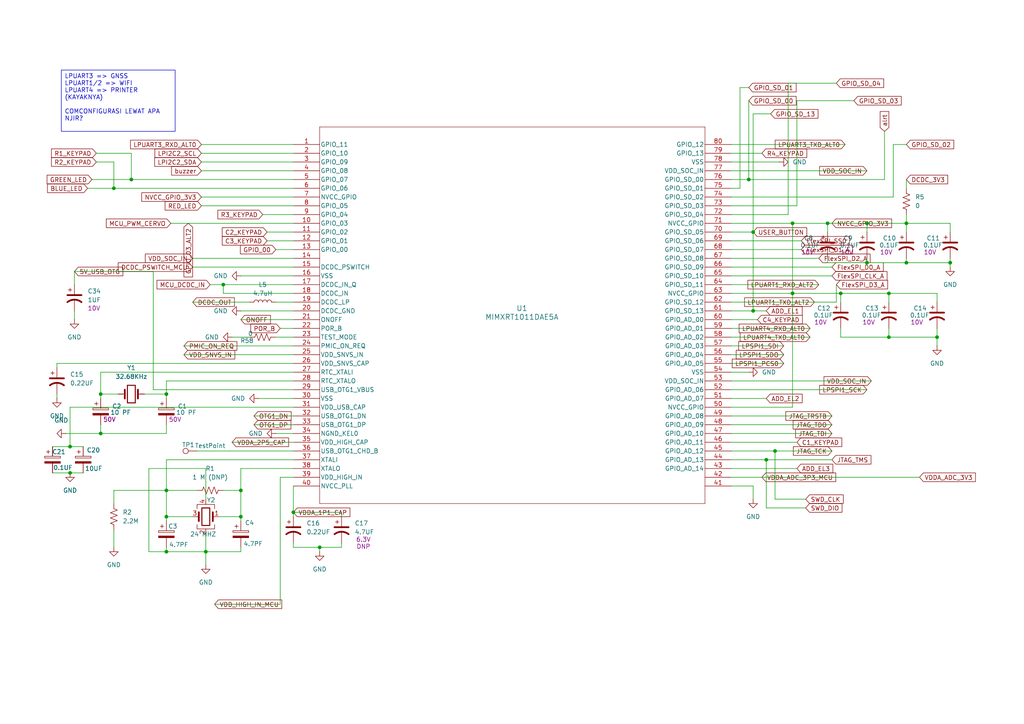
<source format=kicad_sch>
(kicad_sch (version 20231120) (generator "eeschema") (generator_version "8.0")
  (paper "A4")
  (lib_symbols
    (symbol "Connector:TestPoint" (pin_numbers hide) (pin_names (offset 0.762) hide)
      (property "Reference" "TP" (at 0 6.858 0))
      (property "Value" "TestPoint" (at 0 5.08 0))
      (symbol "TestPoint_0_1"
        (circle (center 0 3.302) (radius 0.762))
      )
      (symbol "TestPoint_1_1"
        (pin passive line (at 0 0 90) (length 2.54) (name "1") (number "1"))
      )
    )
    (symbol "Device:C_Polarized" (pin_numbers hide) (pin_names (offset 0.254))
      (property "Reference" "C" (at 0.635 2.54 0))
      (property "Value" "C_Polarized" (at 0.635 -2.54 0))
      (symbol "C_Polarized_0_1"
        (rectangle (start -2.286 0.508) (end 2.286 1.016))
        (polyline (pts (xy -1.778 2.286) (xy -0.762 2.286)))
        (polyline (pts (xy -1.27 2.794) (xy -1.27 1.778)))
        (rectangle (start 2.286 -0.508) (end -2.286 -1.016) (fill (type outline)))
      )
      (symbol "C_Polarized_1_1"
        (pin passive line (at 0 3.81 270) (length 2.794) (name "~") (number "1"))
        (pin passive line (at 0 -3.81 90) (length 2.794) (name "~") (number "2"))
      )
    )
    (symbol "Device:C_Polarized_US" (pin_numbers hide) (pin_names (offset 0.254) hide)
      (property "Reference" "C" (at 0.635 2.54 0))
      (property "Value" "C_Polarized_US" (at 0.635 -2.54 0))
      (symbol "C_Polarized_US_0_1"
        (polyline (pts (xy -2.032 0.762) (xy 2.032 0.762)) (stroke (width 0.508)))
        (polyline (pts (xy -1.778 2.286) (xy -0.762 2.286)))
        (polyline (pts (xy -1.27 1.778) (xy -1.27 2.794)))
        (arc (start 2.032 -1.27) (mid 0 -0.5572) (end -2.032 -1.27) (stroke (width 0.508)))
      )
      (symbol "C_Polarized_US_1_1"
        (pin passive line (at 0 3.81 270) (length 2.794) (name "~") (number "1"))
        (pin passive line (at 0 -3.81 90) (length 3.302) (name "~") (number "2"))
      )
    )
    (symbol "Device:Crystal" (pin_numbers hide) (pin_names (offset 1.016) hide)
      (property "Reference" "Y" (at 0 3.81 0))
      (property "Value" "Crystal" (at 0 -3.81 0))
      (symbol "Crystal_0_1"
        (rectangle (start -1.143 2.54) (end 1.143 -2.54) (stroke (width 0.3048)))
        (polyline (pts (xy -2.54 0) (xy -1.905 0)))
        (polyline (pts (xy -1.905 -1.27) (xy -1.905 1.27)) (stroke (width 0.508)))
        (polyline (pts (xy 1.905 -1.27) (xy 1.905 1.27)) (stroke (width 0.508)))
        (polyline (pts (xy 2.54 0) (xy 1.905 0)))
      )
      (symbol "Crystal_1_1"
        (pin passive line (at -3.81 0 0) (length 1.27) (name "1") (number "1"))
        (pin passive line (at 3.81 0 180) (length 1.27) (name "2") (number "2"))
      )
    )
    (symbol "Device:Crystal_GND24" (pin_names (offset 1.016) hide)
      (property "Reference" "Y" (at 3.175 5.08 0))
      (property "Value" "Crystal_GND24" (at 3.175 3.175 0))
      (symbol "Crystal_GND24_0_1"
        (rectangle (start -1.143 2.54) (end 1.143 -2.54) (stroke (width 0.3048)))
        (polyline (pts (xy -2.54 0) (xy -2.032 0)))
        (polyline (pts (xy -2.032 -1.27) (xy -2.032 1.27)) (stroke (width 0.508)))
        (polyline (pts (xy 0 -3.81) (xy 0 -3.556)))
        (polyline (pts (xy 0 3.556) (xy 0 3.81)))
        (polyline (pts (xy 2.032 -1.27) (xy 2.032 1.27)) (stroke (width 0.508)))
        (polyline (pts (xy 2.032 0) (xy 2.54 0)))
        (polyline (pts (xy -2.54 -2.286) (xy -2.54 -3.556) (xy 2.54 -3.556) (xy 2.54 -2.286)))
        (polyline (pts (xy -2.54 2.286) (xy -2.54 3.556) (xy 2.54 3.556) (xy 2.54 2.286)))
      )
      (symbol "Crystal_GND24_1_1"
        (pin passive line (at -3.81 0 0) (length 1.27) (name "1") (number "1"))
        (pin passive line (at 0 5.08 270) (length 1.27) (name "2") (number "2"))
        (pin passive line (at 3.81 0 180) (length 1.27) (name "3") (number "3"))
        (pin passive line (at 0 -5.08 90) (length 1.27) (name "4") (number "4"))
      )
    )
    (symbol "Device:L" (pin_numbers hide) (pin_names (offset 1.016) hide)
      (property "Reference" "L" (at -1.27 0 90))
      (property "Value" "L" (at 1.905 0 90))
      (symbol "L_0_1"
        (arc (start 0 -2.54) (mid 0.6323 -1.905) (end 0 -1.27))
        (arc (start 0 -1.27) (mid 0.6323 -0.635) (end 0 0))
        (arc (start 0 0) (mid 0.6323 0.635) (end 0 1.27))
        (arc (start 0 1.27) (mid 0.6323 1.905) (end 0 2.54))
      )
      (symbol "L_1_1"
        (pin passive line (at 0 3.81 270) (length 1.27) (name "1") (number "1"))
        (pin passive line (at 0 -3.81 90) (length 1.27) (name "2") (number "2"))
      )
    )
    (symbol "Device:R_US" (pin_numbers hide) (pin_names (offset 0))
      (property "Reference" "R" (at 2.54 0 90))
      (property "Value" "R_US" (at -2.54 0 90))
      (symbol "R_US_0_1"
        (polyline (pts (xy 0 -2.286) (xy 0 -2.54)))
        (polyline (pts (xy 0 2.286) (xy 0 2.54)))
        (polyline (pts (xy 0 -0.762) (xy 1.016 -1.143) (xy 0 -1.524) (xy -1.016 -1.905) (xy 0 -2.286)))
        (polyline (pts (xy 0 0.762) (xy 1.016 0.381) (xy 0 0) (xy -1.016 -0.381) (xy 0 -0.762)))
        (polyline (pts (xy 0 2.286) (xy 1.016 1.905) (xy 0 1.524) (xy -1.016 1.143) (xy 0 0.762)))
      )
      (symbol "R_US_1_1"
        (pin passive line (at 0 3.81 270) (length 1.27) (name "~") (number "1"))
        (pin passive line (at 0 -3.81 90) (length 1.27) (name "~") (number "2"))
      )
    )
    (symbol "mimx1010:MIMXRT1011DAE5A" (pin_names (offset 0.254))
      (property "Reference" "U" (at 63.5 10.16 0))
      (property "Value" "MIMXRT1011DAE5A" (at 63.5 7.62 0))
      (symbol "MIMXRT1011DAE5A_0_1"
        (polyline (pts (xy 7.62 -104.14) (xy 119.38 -104.14)) (stroke (width 0.127)))
        (polyline (pts (xy 7.62 5.08) (xy 7.62 -104.14)) (stroke (width 0.127)))
        (polyline (pts (xy 119.38 -104.14) (xy 119.38 5.08)) (stroke (width 0.127)))
        (polyline (pts (xy 119.38 5.08) (xy 7.62 5.08)) (stroke (width 0.127)))
        (pin bidirectional line (at 0 0 0) (length 7.62) (name "GPIO_11") (number "1"))
        (pin bidirectional line (at 0 -22.86 0) (length 7.62) (name "GPIO_03") (number "10"))
        (pin bidirectional line (at 0 -25.4 0) (length 7.62) (name "GPIO_02") (number "11"))
        (pin bidirectional line (at 0 -27.94 0) (length 7.62) (name "GPIO_01") (number "12"))
        (pin bidirectional line (at 0 -30.48 0) (length 7.62) (name "GPIO_00") (number "13"))
        (pin power_in line (at 0 -33.02 0) (length 7.62) (name "") (number "14"))
        (pin unspecified line (at 0 -35.56 0) (length 7.62) (name "DCDC_PSWITCH") (number "15"))
        (pin power_out line (at 0 -38.1 0) (length 7.62) (name "VSS") (number "16"))
        (pin unspecified line (at 0 -40.64 0) (length 7.62) (name "DCDC_IN_Q") (number "17"))
        (pin unspecified line (at 0 -43.18 0) (length 7.62) (name "DCDC_IN") (number "18"))
        (pin unspecified line (at 0 -45.72 0) (length 7.62) (name "DCDC_LP") (number "19"))
        (pin bidirectional line (at 0 -2.54 0) (length 7.62) (name "GPIO_10") (number "2"))
        (pin power_out line (at 0 -48.26 0) (length 7.62) (name "DCDC_GND") (number "20"))
        (pin unspecified line (at 0 -50.8 0) (length 7.62) (name "ONOFF") (number "21"))
        (pin unspecified line (at 0 -53.34 0) (length 7.62) (name "POR_B") (number "22"))
        (pin unspecified line (at 0 -55.88 0) (length 7.62) (name "TEST_MODE") (number "23"))
        (pin unspecified line (at 0 -58.42 0) (length 7.62) (name "PMIC_ON_REQ") (number "24"))
        (pin power_in line (at 0 -60.96 0) (length 7.62) (name "VDD_SNVS_IN") (number "25"))
        (pin power_in line (at 0 -63.5 0) (length 7.62) (name "VDD_SNVS_CAP") (number "26"))
        (pin unspecified line (at 0 -66.04 0) (length 7.62) (name "RTC_XTALI") (number "27"))
        (pin unspecified line (at 0 -68.58 0) (length 7.62) (name "RTC_XTALO") (number "28"))
        (pin bidirectional line (at 0 -71.12 0) (length 7.62) (name "USB_OTG1_VBUS") (number "29"))
        (pin bidirectional line (at 0 -5.08 0) (length 7.62) (name "GPIO_09") (number "3"))
        (pin power_out line (at 0 -73.66 0) (length 7.62) (name "VSS") (number "30"))
        (pin power_in line (at 0 -76.2 0) (length 7.62) (name "VDD_USB_CAP") (number "31"))
        (pin bidirectional line (at 0 -78.74 0) (length 7.62) (name "USB_OTG1_DN") (number "32"))
        (pin bidirectional line (at 0 -81.28 0) (length 7.62) (name "USB_OTG1_DP") (number "33"))
        (pin power_out line (at 0 -83.82 0) (length 7.62) (name "NGND_KEL0") (number "34"))
        (pin power_in line (at 0 -86.36 0) (length 7.62) (name "VDD_HIGH_CAP") (number "35"))
        (pin bidirectional line (at 0 -88.9 0) (length 7.62) (name "USB_OTG1_CHD_B") (number "36"))
        (pin unspecified line (at 0 -91.44 0) (length 7.62) (name "XTALI") (number "37"))
        (pin unspecified line (at 0 -93.98 0) (length 7.62) (name "XTALO") (number "38"))
        (pin power_in line (at 0 -96.52 0) (length 7.62) (name "VDD_HIGH_IN") (number "39"))
        (pin bidirectional line (at 0 -7.62 0) (length 7.62) (name "GPIO_08") (number "4"))
        (pin unspecified line (at 0 -99.06 0) (length 7.62) (name "NVCC_PLL") (number "40"))
        (pin power_in line (at 127 -99.06 180) (length 7.62) (name "") (number "41"))
        (pin power_in line (at 127 -96.52 180) (length 7.62) (name "") (number "42"))
        (pin bidirectional line (at 127 -93.98 180) (length 7.62) (name "GPIO_AD_14") (number "43"))
        (pin bidirectional line (at 127 -91.44 180) (length 7.62) (name "GPIO_AD_13") (number "44"))
        (pin bidirectional line (at 127 -88.9 180) (length 7.62) (name "GPIO_AD_12") (number "45"))
        (pin bidirectional line (at 127 -86.36 180) (length 7.62) (name "GPIO_AD_11") (number "46"))
        (pin bidirectional line (at 127 -83.82 180) (length 7.62) (name "GPIO_AD_10") (number "47"))
        (pin bidirectional line (at 127 -81.28 180) (length 7.62) (name "GPIO_AD_09") (number "48"))
        (pin bidirectional line (at 127 -78.74 180) (length 7.62) (name "GPIO_AD_08") (number "49"))
        (pin bidirectional line (at 0 -10.16 0) (length 7.62) (name "GPIO_07") (number "5"))
        (pin unspecified line (at 127 -76.2 180) (length 7.62) (name "NVCC_GPIO") (number "50"))
        (pin bidirectional line (at 127 -73.66 180) (length 7.62) (name "GPIO_AD_07") (number "51"))
        (pin bidirectional line (at 127 -71.12 180) (length 7.62) (name "GPIO_AD_06") (number "52"))
        (pin power_in line (at 127 -68.58 180) (length 7.62) (name "VDD_SOC_IN") (number "53"))
        (pin power_out line (at 127 -66.04 180) (length 7.62) (name "VSS") (number "54"))
        (pin bidirectional line (at 127 -63.5 180) (length 7.62) (name "GPIO_AD_05") (number "55"))
        (pin bidirectional line (at 127 -60.96 180) (length 7.62) (name "GPIO_AD_04") (number "56"))
        (pin bidirectional line (at 127 -58.42 180) (length 7.62) (name "GPIO_AD_03") (number "57"))
        (pin bidirectional line (at 127 -55.88 180) (length 7.62) (name "GPIO_AD_02") (number "58"))
        (pin bidirectional line (at 127 -53.34 180) (length 7.62) (name "GPIO_AD_01") (number "59"))
        (pin bidirectional line (at 0 -12.7 0) (length 7.62) (name "GPIO_06") (number "6"))
        (pin bidirectional line (at 127 -50.8 180) (length 7.62) (name "GPIO_AD_00") (number "60"))
        (pin bidirectional line (at 127 -48.26 180) (length 7.62) (name "GPIO_SD_13") (number "61"))
        (pin bidirectional line (at 127 -45.72 180) (length 7.62) (name "GPIO_SD_12") (number "62"))
        (pin unspecified line (at 127 -43.18 180) (length 7.62) (name "NVCC_GPIO") (number "63"))
        (pin bidirectional line (at 127 -40.64 180) (length 7.62) (name "GPIO_SD_11") (number "64"))
        (pin bidirectional line (at 127 -38.1 180) (length 7.62) (name "GPIO_SD_10") (number "65"))
        (pin bidirectional line (at 127 -35.56 180) (length 7.62) (name "GPIO_SD_09") (number "66"))
        (pin bidirectional line (at 127 -33.02 180) (length 7.62) (name "GPIO_SD_08") (number "67"))
        (pin bidirectional line (at 127 -30.48 180) (length 7.62) (name "GPIO_SD_07") (number "68"))
        (pin bidirectional line (at 127 -27.94 180) (length 7.62) (name "GPIO_SD_06") (number "69"))
        (pin bidirectional line (at 0 -15.24 0) (length 7.62) (name "NVCC_GPIO") (number "7"))
        (pin bidirectional line (at 127 -25.4 180) (length 7.62) (name "GPIO_SD_05") (number "70"))
        (pin unspecified line (at 127 -22.86 180) (length 7.62) (name "NVCC_GPIO") (number "71"))
        (pin bidirectional line (at 127 -20.32 180) (length 7.62) (name "GPIO_SD_04") (number "72"))
        (pin bidirectional line (at 127 -17.78 180) (length 7.62) (name "GPIO_SD_03") (number "73"))
        (pin bidirectional line (at 127 -15.24 180) (length 7.62) (name "GPIO_SD_02") (number "74"))
        (pin bidirectional line (at 127 -12.7 180) (length 7.62) (name "GPIO_SD_01") (number "75"))
        (pin bidirectional line (at 127 -10.16 180) (length 7.62) (name "GPIO_SD_00") (number "76"))
        (pin power_in line (at 127 -7.62 180) (length 7.62) (name "VDD_SOC_IN") (number "77"))
        (pin power_out line (at 127 -5.08 180) (length 7.62) (name "VSS") (number "78"))
        (pin bidirectional line (at 127 -2.54 180) (length 7.62) (name "GPIO_13") (number "79"))
        (pin bidirectional line (at 0 -17.78 0) (length 7.62) (name "GPIO_05") (number "8"))
        (pin bidirectional line (at 127 0 180) (length 7.62) (name "GPIO_12") (number "80"))
        (pin bidirectional line (at 0 -20.32 0) (length 7.62) (name "GPIO_04") (number "9"))
      )
    )
    (symbol "power:GND" (power) (pin_numbers hide) (pin_names (offset 0) hide)
      (property "Value" "GND" (at 0 -3.81 0))
      (symbol "GND_0_1"
        (polyline (pts (xy 0 0) (xy 0 -1.27) (xy 1.27 -1.27) (xy 0 -2.54) (xy -1.27 -1.27) (xy 0 -1.27)))
      )
      (symbol "GND_1_1"
        (pin power_in line (at 0 0 270) (length 0) (name "~") (number "1"))
      )
    )
  )
  (junction (at 275.59 76.2))
  (junction (at 92.71 158.75))
  (junction (at 33.02 54.61))
  (junction (at 218.44 90.17))
  (junction (at 48.26 114.3))
  (junction (at 222.25 133.35))
  (junction (at 262.89 64.77))
  (junction (at 229.87 85.09))
  (junction (at 59.69 160.02))
  (junction (at 257.81 97.79))
  (junction (at 217.17 52.07))
  (junction (at 251.46 76.2))
  (junction (at 48.26 160.02))
  (junction (at 20.32 137.16))
  (junction (at 29.21 114.3))
  (junction (at 243.84 85.09))
  (junction (at 271.78 97.79))
  (junction (at 69.85 142.24))
  (junction (at 29.21 125.73))
  (junction (at 257.81 85.09))
  (junction (at 64.77 82.55))
  (junction (at 251.46 64.77))
  (junction (at 240.03 64.77))
  (junction (at 229.87 64.77))
  (junction (at 218.44 67.31))
  (junction (at 48.26 149.86))
  (junction (at 224.79 130.81))
  (junction (at 262.89 76.2))
  (junction (at 69.85 149.86))
  (junction (at 20.32 129.54))
  (junction (at 85.09 148.59))
  (junction (at 48.26 142.24))
  (junction (at 38.1 52.07))
  (wire (pts (xy 212.09 105.41) (xy 227.33 105.41)))
  (wire (pts (xy 224.79 144.78) (xy 224.79 130.81)))
  (wire (pts (xy 251.46 76.2) (xy 262.89 76.2)))
  (wire (pts (xy 43.18 135.89) (xy 43.18 160.02)))
  (wire (pts (xy 92.71 158.75) (xy 99.06 158.75)))
  (wire (pts (xy 243.84 85.09) (xy 257.81 85.09)))
  (wire (pts (xy 21.59 78.74) (xy 21.59 82.55)))
  (wire (pts (xy 29.21 123.19) (xy 29.21 125.73)))
  (wire (pts (xy 64.77 85.09) (xy 64.77 82.55)))
  (wire (pts (xy 224.79 130.81) (xy 241.3 130.81)))
  (wire (pts (xy 257.81 85.09) (xy 271.78 85.09)))
  (wire (pts (xy 33.02 54.61) (xy 85.09 54.61)))
  (wire (pts (xy 257.81 85.09) (xy 257.81 87.63)))
  (wire (pts (xy 212.09 41.91) (xy 245.11 41.91)))
  (wire (pts (xy 212.09 74.93) (xy 237.49 74.93)))
  (wire (pts (xy 251.46 74.93) (xy 251.46 76.2)))
  (wire (pts (xy 212.09 133.35) (xy 222.25 133.35)))
  (wire (pts (xy 67.31 97.79) (xy 72.39 97.79)))
  (wire (pts (xy 229.87 64.77) (xy 240.03 64.77)))
  (wire (pts (xy 80.01 125.73) (xy 85.09 125.73)))
  (wire (pts (xy 212.09 54.61) (xy 214.63 54.61)))
  (wire (pts (xy 212.09 95.25) (xy 234.95 95.25)))
  (wire (pts (xy 20.32 118.11) (xy 20.32 129.54)))
  (wire (pts (xy 48.26 149.86) (xy 55.88 149.86)))
  (wire (pts (xy 77.47 69.85) (xy 85.09 69.85)))
  (wire (pts (xy 48.26 114.3) (xy 41.91 114.3)))
  (wire (pts (xy 212.09 100.33) (xy 227.33 100.33)))
  (wire (pts (xy 240.03 74.93) (xy 240.03 76.2)))
  (wire (pts (xy 25.4 54.61) (xy 33.02 54.61)))
  (wire (pts (xy 262.89 52.07) (xy 262.89 54.61)))
  (wire (pts (xy 242.57 82.55) (xy 242.57 87.63)))
  (wire (pts (xy 243.84 95.25) (xy 243.84 97.79)))
  (wire (pts (xy 240.03 76.2) (xy 251.46 76.2)))
  (wire (pts (xy 223.52 33.02) (xy 218.44 33.02)))
  (wire (pts (xy 20.32 129.54) (xy 24.13 129.54)))
  (wire (pts (xy 217.17 29.21) (xy 217.17 52.07)))
  (wire (pts (xy 20.32 137.16) (xy 24.13 137.16)))
  (wire (pts (xy 38.1 52.07) (xy 85.09 52.07)))
  (wire (pts (xy 48.26 110.49) (xy 85.09 110.49)))
  (wire (pts (xy 271.78 97.79) (xy 271.78 100.33)))
  (wire (pts (xy 29.21 125.73) (xy 19.05 125.73)))
  (wire (pts (xy 33.02 46.99) (xy 33.02 54.61)))
  (wire (pts (xy 240.03 67.31) (xy 240.03 64.77)))
  (wire (pts (xy 275.59 76.2) (xy 275.59 77.47)))
  (wire (pts (xy 44.45 113.03) (xy 44.45 78.74)))
  (wire (pts (xy 59.69 135.89) (xy 43.18 135.89)))
  (wire (pts (xy 218.44 33.02) (xy 218.44 67.31)))
  (wire (pts (xy 85.09 148.59) (xy 85.09 149.86)))
  (wire (pts (xy 55.88 87.63) (xy 72.39 87.63)))
  (wire (pts (xy 43.18 160.02) (xy 48.26 160.02)))
  (wire (pts (xy 275.59 67.31) (xy 275.59 64.77)))
  (wire (pts (xy 212.09 90.17) (xy 218.44 90.17)))
  (wire (pts (xy 85.09 62.23) (xy 76.2 62.23)))
  (wire (pts (xy 212.09 80.01) (xy 241.3 80.01)))
  (wire (pts (xy 218.44 140.97) (xy 218.44 144.78)))
  (wire (pts (xy 67.31 128.27) (xy 85.09 128.27)))
  (wire (pts (xy 53.34 102.87) (xy 85.09 102.87)))
  (wire (pts (xy 64.77 82.55) (xy 85.09 82.55)))
  (wire (pts (xy 33.02 153.67) (xy 33.02 158.75)))
  (wire (pts (xy 48.26 142.24) (xy 57.15 142.24)))
  (wire (pts (xy 59.69 163.83) (xy 59.69 160.02)))
  (wire (pts (xy 48.26 133.35) (xy 48.26 142.24)))
  (wire (pts (xy 242.57 24.13) (xy 228.6 24.13)))
  (wire (pts (xy 262.89 41.91) (xy 259.08 41.91)))
  (wire (pts (xy 33.02 142.24) (xy 48.26 142.24)))
  (wire (pts (xy 222.25 147.32) (xy 222.25 133.35)))
  (wire (pts (xy 48.26 160.02) (xy 59.69 160.02)))
  (wire (pts (xy 212.09 57.15) (xy 259.08 57.15)))
  (wire (pts (xy 69.85 160.02) (xy 69.85 158.75)))
  (wire (pts (xy 85.09 158.75) (xy 92.71 158.75)))
  (wire (pts (xy 271.78 95.25) (xy 271.78 97.79)))
  (wire (pts (xy 59.69 154.94) (xy 59.69 160.02)))
  (wire (pts (xy 69.85 92.71) (xy 85.09 92.71)))
  (wire (pts (xy 69.85 149.86) (xy 69.85 151.13)))
  (wire (pts (xy 212.09 77.47) (xy 241.3 77.47)))
  (wire (pts (xy 99.06 158.75) (xy 99.06 157.48)))
  (wire (pts (xy 262.89 64.77) (xy 275.59 64.77)))
  (wire (pts (xy 259.08 41.91) (xy 259.08 57.15)))
  (wire (pts (xy 16.51 105.41) (xy 85.09 105.41)))
  (wire (pts (xy 218.44 67.31) (xy 218.44 90.17)))
  (wire (pts (xy 231.14 29.21) (xy 231.14 59.69)))
  (wire (pts (xy 275.59 74.93) (xy 275.59 76.2)))
  (wire (pts (xy 212.09 138.43) (xy 266.7 138.43)))
  (wire (pts (xy 212.09 107.95) (xy 217.17 107.95)))
  (wire (pts (xy 73.66 123.19) (xy 85.09 123.19)))
  (wire (pts (xy 85.09 133.35) (xy 48.26 133.35)))
  (wire (pts (xy 85.09 118.11) (xy 20.32 118.11)))
  (wire (pts (xy 29.21 107.95) (xy 29.21 114.3)))
  (wire (pts (xy 212.09 140.97) (xy 218.44 140.97)))
  (wire (pts (xy 15.24 137.16) (xy 20.32 137.16)))
  (wire (pts (xy 256.54 38.1) (xy 256.54 52.07)))
  (wire (pts (xy 29.21 114.3) (xy 34.29 114.3)))
  (wire (pts (xy 217.17 25.4) (xy 214.63 25.4)))
  (wire (pts (xy 243.84 97.79) (xy 257.81 97.79)))
  (wire (pts (xy 58.42 41.91) (xy 85.09 41.91)))
  (wire (pts (xy 81.28 95.25) (xy 85.09 95.25)))
  (wire (pts (xy 21.59 78.74) (xy 44.45 78.74)))
  (wire (pts (xy 48.26 123.19) (xy 48.26 125.73)))
  (wire (pts (xy 262.89 67.31) (xy 262.89 64.77)))
  (wire (pts (xy 58.42 46.99) (xy 85.09 46.99)))
  (wire (pts (xy 69.85 135.89) (xy 69.85 142.24)))
  (wire (pts (xy 38.1 44.45) (xy 38.1 52.07)))
  (wire (pts (xy 212.09 113.03) (xy 251.46 113.03)))
  (wire (pts (xy 212.09 118.11) (xy 229.87 118.11)))
  (wire (pts (xy 212.09 135.89) (xy 231.14 135.89)))
  (wire (pts (xy 63.5 149.86) (xy 69.85 149.86)))
  (wire (pts (xy 222.25 133.35) (xy 241.3 133.35)))
  (wire (pts (xy 80.01 72.39) (xy 85.09 72.39)))
  (wire (pts (xy 229.87 85.09) (xy 229.87 118.11)))
  (wire (pts (xy 243.84 85.09) (xy 229.87 85.09)))
  (wire (pts (xy 26.67 52.07) (xy 38.1 52.07)))
  (wire (pts (xy 262.89 74.93) (xy 262.89 76.2)))
  (wire (pts (xy 48.26 142.24) (xy 48.26 149.86)))
  (wire (pts (xy 251.46 64.77) (xy 262.89 64.77)))
  (wire (pts (xy 55.88 77.47) (xy 85.09 77.47)))
  (wire (pts (xy 262.89 76.2) (xy 275.59 76.2)))
  (wire (pts (xy 69.85 142.24) (xy 69.85 149.86)))
  (wire (pts (xy 212.09 62.23) (xy 228.6 62.23)))
  (wire (pts (xy 85.09 85.09) (xy 64.77 85.09)))
  (wire (pts (xy 59.69 160.02) (xy 69.85 160.02)))
  (wire (pts (xy 29.21 114.3) (xy 29.21 115.57)))
  (wire (pts (xy 58.42 49.53) (xy 85.09 49.53)))
  (wire (pts (xy 257.81 97.79) (xy 271.78 97.79)))
  (wire (pts (xy 85.09 138.43) (xy 81.28 138.43)))
  (wire (pts (xy 271.78 87.63) (xy 271.78 85.09)))
  (wire (pts (xy 55.88 74.93) (xy 85.09 74.93)))
  (wire (pts (xy 212.09 59.69) (xy 231.14 59.69)))
  (wire (pts (xy 212.09 125.73) (xy 241.3 125.73)))
  (wire (pts (xy 48.26 158.75) (xy 48.26 160.02)))
  (wire (pts (xy 217.17 52.07) (xy 212.09 52.07)))
  (wire (pts (xy 212.09 128.27) (xy 231.14 128.27)))
  (wire (pts (xy 212.09 97.79) (xy 234.95 97.79)))
  (wire (pts (xy 85.09 135.89) (xy 69.85 135.89)))
  (wire (pts (xy 77.47 67.31) (xy 85.09 67.31)))
  (wire (pts (xy 58.42 59.69) (xy 85.09 59.69)))
  (wire (pts (xy 27.94 46.99) (xy 33.02 46.99)))
  (wire (pts (xy 48.26 125.73) (xy 29.21 125.73)))
  (wire (pts (xy 247.65 29.21) (xy 231.14 29.21)))
  (wire (pts (xy 212.09 120.65) (xy 241.3 120.65)))
  (wire (pts (xy 257.81 95.25) (xy 257.81 97.79)))
  (wire (pts (xy 212.09 85.09) (xy 229.87 85.09)))
  (wire (pts (xy 212.09 87.63) (xy 242.57 87.63)))
  (wire (pts (xy 16.51 106.68) (xy 16.51 105.41)))
  (wire (pts (xy 27.94 44.45) (xy 38.1 44.45)))
  (wire (pts (xy 92.71 160.02) (xy 92.71 158.75)))
  (wire (pts (xy 212.09 67.31) (xy 218.44 67.31)))
  (wire (pts (xy 212.09 110.49) (xy 252.73 110.49)))
  (wire (pts (xy 16.51 114.3) (xy 16.51 115.57)))
  (wire (pts (xy 73.66 120.65) (xy 85.09 120.65)))
  (wire (pts (xy 85.09 140.97) (xy 85.09 148.59)))
  (wire (pts (xy 212.09 115.57) (xy 222.25 115.57)))
  (wire (pts (xy 218.44 90.17) (xy 222.25 90.17)))
  (wire (pts (xy 212.09 72.39) (xy 232.41 72.39)))
  (wire (pts (xy 212.09 102.87) (xy 227.33 102.87)))
  (wire (pts (xy 29.21 107.95) (xy 85.09 107.95)))
  (wire (pts (xy 214.63 25.4) (xy 214.63 54.61)))
  (wire (pts (xy 48.26 149.86) (xy 48.26 151.13)))
  (wire (pts (xy 243.84 85.09) (xy 243.84 87.63)))
  (wire (pts (xy 33.02 146.05) (xy 33.02 142.24)))
  (wire (pts (xy 69.85 80.01) (xy 85.09 80.01)))
  (wire (pts (xy 262.89 62.23) (xy 262.89 64.77)))
  (wire (pts (xy 256.54 52.07) (xy 217.17 52.07)))
  (wire (pts (xy 212.09 82.55) (xy 237.49 82.55)))
  (wire (pts (xy 74.93 115.57) (xy 85.09 115.57)))
  (wire (pts (xy 228.6 24.13) (xy 228.6 62.23)))
  (wire (pts (xy 81.28 175.26) (xy 62.23 175.26)))
  (wire (pts (xy 21.59 90.17) (xy 21.59 92.71)))
  (wire (pts (xy 212.09 92.71) (xy 219.71 92.71)))
  (wire (pts (xy 240.03 64.77) (xy 251.46 64.77)))
  (wire (pts (xy 53.34 100.33) (xy 85.09 100.33)))
  (wire (pts (xy 58.42 44.45) (xy 85.09 44.45)))
  (wire (pts (xy 80.01 87.63) (xy 85.09 87.63)))
  (wire (pts (xy 57.15 130.81) (xy 85.09 130.81)))
  (wire (pts (xy 85.09 158.75) (xy 85.09 157.48)))
  (wire (pts (xy 251.46 67.31) (xy 251.46 64.77)))
  (wire (pts (xy 212.09 46.99) (xy 226.06 46.99)))
  (wire (pts (xy 64.77 142.24) (xy 69.85 142.24)))
  (wire (pts (xy 212.09 130.81) (xy 224.79 130.81)))
  (wire (pts (xy 60.96 82.55) (xy 64.77 82.55)))
  (wire (pts (xy 212.09 64.77) (xy 229.87 64.77)))
  (wire (pts (xy 99.06 148.59) (xy 99.06 149.86)))
  (wire (pts (xy 233.68 147.32) (xy 222.25 147.32)))
  (wire (pts (xy 85.09 148.59) (xy 99.06 148.59)))
  (wire (pts (xy 81.28 138.43) (xy 81.28 175.26)))
  (wire (pts (xy 49.53 64.77) (xy 85.09 64.77)))
  (wire (pts (xy 80.01 97.79) (xy 85.09 97.79)))
  (wire (pts (xy 233.68 144.78) (xy 224.79 144.78)))
  (wire (pts (xy 229.87 64.77) (xy 229.87 85.09)))
  (wire (pts (xy 59.69 135.89) (xy 59.69 144.78)))
  (wire (pts (xy 212.09 123.19) (xy 241.3 123.19)))
  (wire (pts (xy 58.42 57.15) (xy 85.09 57.15)))
  (wire (pts (xy 212.09 49.53) (xy 251.46 49.53)))
  (wire (pts (xy 212.09 44.45) (xy 220.98 44.45)))
  (wire (pts (xy 48.26 110.49) (xy 48.26 114.3)))
  (wire (pts (xy 212.09 69.85) (xy 232.41 69.85)))
  (wire (pts (xy 15.24 129.54) (xy 20.32 129.54)))
  (wire (pts (xy 48.26 114.3) (xy 48.26 115.57)))
  (wire (pts (xy 85.09 113.03) (xy 44.45 113.03)))
  (wire (pts (xy 69.85 90.17) (xy 85.09 90.17)))
  (text_box "LPUART3 => GNSS\nLPUART1/2 => WIFI\nLPUART4 => PRINTER (KAYAKNYA)\n\nCOMCONFIGURASI LEWAT APA NJIR?" (at 17.78 20.32 0) (size 33.02 17.78) (effects (font (size 1.27 1.27)) (justify left top)))
  (global_label "alrt" (shape input) (at 256.54 38.1 90) (property "Intersheetrefs" "${INTERSHEET_REFS}" (effects (hide yes))))
  (global_label "R3_KEYPAD" (shape input) (at 76.2 62.23 180) (property "Intersheetrefs" "${INTERSHEET_REFS}" (effects (hide yes))))
  (global_label "C2_KEYPAD" (shape input) (at 77.47 67.31 180) (property "Intersheetrefs" "${INTERSHEET_REFS}" (effects (hide yes))))
  (global_label "VDDA_1P1_CAP" (shape input) (at 85.09 148.59 0) (property "Intersheetrefs" "${INTERSHEET_REFS}" (effects (hide yes))))
  (global_label "JTAG_TDI" (shape input) (at 241.3 125.73 180) (property "Intersheetrefs" "${INTERSHEET_REFS}" (effects (hide yes))))
  (global_label "VDD_SOC_IN" (shape input) (at 251.46 49.53 180) (property "Intersheetrefs" "${INTERSHEET_REFS}" (effects (hide yes))))
  (global_label "FlexSPI_D3_A" (shape input) (at 242.57 82.55 0) (property "Intersheetrefs" "${INTERSHEET_REFS}" (effects (hide yes))))
  (global_label "MCU_PWM_CERVO" (shape input) (at 49.53 64.77 180) (property "Intersheetrefs" "${INTERSHEET_REFS}" (effects (hide yes))))
  (global_label "SWD_DIO" (shape input) (at 233.68 147.32 0) (property "Intersheetrefs" "${INTERSHEET_REFS}" (effects (hide yes))))
  (global_label "MCU_DCDC_IN" (shape input) (at 60.96 82.55 180) (property "Intersheetrefs" "${INTERSHEET_REFS}" (effects (hide yes))))
  (global_label "LPUART1_TXD_ALT2" (shape input) (at 236.22 87.63 180) (property "Intersheetrefs" "${INTERSHEET_REFS}" (effects (hide yes))))
  (global_label "SWD_CLK" (shape input) (at 233.68 144.78 0) (property "Intersheetrefs" "${INTERSHEET_REFS}" (effects (hide yes))))
  (global_label "GPIO_SD_01" (shape input) (at 217.17 25.4 0) (property "Intersheetrefs" "${INTERSHEET_REFS}" (effects (hide yes))))
  (global_label "LPI2C2_SDA" (shape input) (at 58.42 46.99 180) (property "Intersheetrefs" "${INTERSHEET_REFS}" (effects (hide yes))))
  (global_label "ONOFF" (shape input) (at 69.85 92.71 0) (property "Intersheetrefs" "${INTERSHEET_REFS}" (effects (hide yes))))
  (global_label "C4_KEYPAD" (shape input) (at 219.71 92.71 0) (property "Intersheetrefs" "${INTERSHEET_REFS}" (effects (hide yes))))
  (global_label "GPIO_SD_03" (shape input) (at 247.65 29.21 0) (property "Intersheetrefs" "${INTERSHEET_REFS}" (effects (hide yes))))
  (global_label "VDD_SOC_IN" (shape input) (at 252.73 110.49 180) (property "Intersheetrefs" "${INTERSHEET_REFS}" (effects (hide yes))))
  (global_label "ADD_EL2" (shape input) (at 222.25 115.57 0) (property "Intersheetrefs" "${INTERSHEET_REFS}" (effects (hide yes))))
  (global_label "LPUART1_RXD_ALT2" (shape input) (at 237.49 82.55 180) (property "Intersheetrefs" "${INTERSHEET_REFS}" (effects (hide yes))))
  (global_label "R1_KEYPAD" (shape input) (at 27.94 44.45 180) (property "Intersheetrefs" "${INTERSHEET_REFS}" (effects (hide yes))))
  (global_label "USER_BUTTON" (shape input) (at 218.44 67.31 0) (property "Intersheetrefs" "${INTERSHEET_REFS}" (effects (hide yes))))
  (global_label "JTAG_TDO" (shape input) (at 241.3 123.19 180) (property "Intersheetrefs" "${INTERSHEET_REFS}" (effects (hide yes))))
  (global_label "DCDC_PSWITCH_MCU" (shape input) (at 55.88 77.47 180) (property "Intersheetrefs" "${INTERSHEET_REFS}" (effects (hide yes))))
  (global_label "VDD_SNVS_IN" (shape input) (at 53.34 102.87 0) (property "Intersheetrefs" "${INTERSHEET_REFS}" (effects (hide yes))))
  (global_label "JTAG_TMS" (shape input) (at 241.3 133.35 0) (property "Intersheetrefs" "${INTERSHEET_REFS}" (effects (hide yes))))
  (global_label "GPIO_03_ALT2" (shape input) (at 54.61 64.77 270) (property "Intersheetrefs" "${INTERSHEET_REFS}" (effects (hide yes))))
  (global_label "FlexSPI_D2_A" (shape input) (at 237.49 74.93 0) (property "Intersheetrefs" "${INTERSHEET_REFS}" (effects (hide yes))))
  (global_label "FlexSPI_D0_A" (shape input) (at 241.3 77.47 0) (property "Intersheetrefs" "${INTERSHEET_REFS}" (effects (hide yes))))
  (global_label "ADD_EL1" (shape input) (at 222.25 90.17 0) (property "Intersheetrefs" "${INTERSHEET_REFS}" (effects (hide yes))))
  (global_label "GPIO_SD_00" (shape input) (at 217.17 29.21 0) (property "Intersheetrefs" "${INTERSHEET_REFS}" (effects (hide yes))))
  (global_label "LPSPI1_PCS0" (shape input) (at 227.33 105.41 180) (property "Intersheetrefs" "${INTERSHEET_REFS}" (effects (hide yes))))
  (global_label "RED_LED" (shape input) (at 58.42 59.69 180) (property "Intersheetrefs" "${INTERSHEET_REFS}" (effects (hide yes))))
  (global_label "VDDA_ADC_3V3" (shape input) (at 266.7 138.43 0) (property "Intersheetrefs" "${INTERSHEET_REFS}" (effects (hide yes))))
  (global_label "NVCC_GPIO_3V3" (shape input) (at 241.3 64.77 0) (property "Intersheetrefs" "${INTERSHEET_REFS}" (effects (hide yes))))
  (global_label "OTG1_DP" (shape input) (at 73.66 123.19 0) (property "Intersheetrefs" "${INTERSHEET_REFS}" (effects (hide yes))))
  (global_label "LPI2C2_SCL" (shape input) (at 58.42 44.45 180) (property "Intersheetrefs" "${INTERSHEET_REFS}" (effects (hide yes))))
  (global_label "DCDC_3V3" (shape input) (at 262.89 52.07 0) (property "Intersheetrefs" "${INTERSHEET_REFS}" (effects (hide yes))))
  (global_label "POR_B" (shape input) (at 81.28 95.25 180) (property "Intersheetrefs" "${INTERSHEET_REFS}" (effects (hide yes))))
  (global_label "LPUART3_RXD_ALT0" (shape input) (at 58.42 41.91 180) (property "Intersheetrefs" "${INTERSHEET_REFS}" (effects (hide yes))))
  (global_label "VDD_HIGH_IN_MCU" (shape input) (at 62.23 175.26 0) (property "Intersheetrefs" "${INTERSHEET_REFS}" (effects (hide yes))))
  (global_label "C1_KEYPAD" (shape input) (at 231.14 128.27 0) (property "Intersheetrefs" "${INTERSHEET_REFS}" (effects (hide yes))))
  (global_label "NVCC_GPIO_3V3" (shape input) (at 58.42 57.15 180) (property "Intersheetrefs" "${INTERSHEET_REFS}" (effects (hide yes))))
  (global_label "OTG1_DN" (shape input) (at 73.66 120.65 0) (property "Intersheetrefs" "${INTERSHEET_REFS}" (effects (hide yes))))
  (global_label "LPSPI1_SCK" (shape input) (at 251.46 113.03 180) (property "Intersheetrefs" "${INTERSHEET_REFS}" (effects (hide yes))))
  (global_label "VDD_SOC_IN" (shape input) (at 55.88 74.93 180) (property "Intersheetrefs" "${INTERSHEET_REFS}" (effects (hide yes))))
  (global_label "LPSPI1_SDI" (shape input) (at 227.33 100.33 180) (property "Intersheetrefs" "${INTERSHEET_REFS}" (effects (hide yes))))
  (global_label "buzzer" (shape input) (at 58.42 49.53 180) (property "Intersheetrefs" "${INTERSHEET_REFS}" (effects (hide yes))))
  (global_label "GPIO_SD_13" (shape input) (at 223.52 33.02 0) (property "Intersheetrefs" "${INTERSHEET_REFS}" (effects (hide yes))))
  (global_label "C3_KEYPAD" (shape input) (at 77.47 69.85 180) (property "Intersheetrefs" "${INTERSHEET_REFS}" (effects (hide yes))))
  (global_label "LPSPI1_SDO" (shape input) (at 227.33 102.87 180) (property "Intersheetrefs" "${INTERSHEET_REFS}" (effects (hide yes))))
  (global_label "PMIC_ON_REQ" (shape input) (at 53.34 100.33 0) (property "Intersheetrefs" "${INTERSHEET_REFS}" (effects (hide yes))))
  (global_label "FlexSPI_CLK_A" (shape input) (at 241.3 80.01 0) (property "Intersheetrefs" "${INTERSHEET_REFS}" (effects (hide yes))))
  (global_label "R4_KEYPAD" (shape input) (at 220.98 44.45 0) (property "Intersheetrefs" "${INTERSHEET_REFS}" (effects (hide yes))))
  (global_label "LPUART3_TXD_ALT0" (shape input) (at 245.11 41.91 180) (property "Intersheetrefs" "${INTERSHEET_REFS}" (effects (hide yes))))
  (global_label "LPUART4_TXD_ALT0" (shape input) (at 234.95 97.79 180) (property "Intersheetrefs" "${INTERSHEET_REFS}" (effects (hide yes))))
  (global_label "DCDC_OUT" (shape input) (at 55.88 87.63 0) (property "Intersheetrefs" "${INTERSHEET_REFS}" (effects (hide yes))))
  (global_label "GPIO_00" (shape input) (at 80.01 72.39 180) (property "Intersheetrefs" "${INTERSHEET_REFS}" (effects (hide yes))))
  (global_label "LPUART4_RXD_ALT0" (shape input) (at 234.95 95.25 180) (property "Intersheetrefs" "${INTERSHEET_REFS}" (effects (hide yes))))
  (global_label "VDDA_2P5_CAP" (shape input) (at 67.31 128.27 0) (property "Intersheetrefs" "${INTERSHEET_REFS}" (effects (hide yes))))
  (global_label "5V_USB_OTG" (shape input) (at 21.59 78.74 0) (property "Intersheetrefs" "${INTERSHEET_REFS}" (effects (hide yes))))
  (global_label "GPIO_SD_02" (shape input) (at 262.89 41.91 0) (property "Intersheetrefs" "${INTERSHEET_REFS}" (effects (hide yes))))
  (global_label "GPIO_SD_04" (shape input) (at 242.57 24.13 0) (property "Intersheetrefs" "${INTERSHEET_REFS}" (effects (hide yes))))
  (global_label "JTAG_TCK" (shape input) (at 241.3 130.81 180) (property "Intersheetrefs" "${INTERSHEET_REFS}" (effects (hide yes))))
  (global_label "R2_KEYPAD" (shape input) (at 27.94 46.99 180) (property "Intersheetrefs" "${INTERSHEET_REFS}" (effects (hide yes))))
  (global_label "FlexSPI_D1_A" (shape input) (at 232.41 72.39 0) (property "Intersheetrefs" "${INTERSHEET_REFS}" (effects (hide yes))))
  (global_label "GREEN_LED" (shape input) (at 26.67 52.07 180) (property "Intersheetrefs" "${INTERSHEET_REFS}" (effects (hide yes))))
  (global_label "FlexSPI_SS0" (shape input) (at 232.41 69.85 0) (property "Intersheetrefs" "${INTERSHEET_REFS}" (effects (hide yes))))
  (global_label "VDDA_ADC_3P3_MCU" (shape input) (at 220.98 138.43 0) (property "Intersheetrefs" "${INTERSHEET_REFS}" (effects (hide yes))))
  (global_label "ADD_EL3" (shape input) (at 231.14 135.89 0) (property "Intersheetrefs" "${INTERSHEET_REFS}" (effects (hide yes))))
  (global_label "BLUE_LED" (shape input) (at 25.4 54.61 180) (property "Intersheetrefs" "${INTERSHEET_REFS}" (effects (hide yes))))
  (global_label "JTAG_TRSTB" (shape input) (at 241.3 120.65 180) (property "Intersheetrefs" "${INTERSHEET_REFS}" (effects (hide yes))))
  (symbol (lib_id "power:GND") (at 59.69 163.83 0) (unit 1)
    (property "Reference" "#PWR02" (effects (hide yes)))
    (property "Value" "GND" (at 59.69 168.91 0))
    (property "Description" "Power symbol creates a global label with name \"GND\" , ground" (effects (hide yes)))
  )
  (symbol (lib_id "power:GND") (at 16.51 115.57 0) (unit 1)
    (property "Reference" "#PWR014" (effects (hide yes)))
    (property "Value" "GND" (at 16.51 120.65 0))
    (property "Description" "Power symbol creates a global label with name \"GND\" , ground" (effects (hide yes)))
  )
  (symbol (lib_id "Device:R_US") (at 76.2 97.79 90) (unit 1)
    (property "Reference" "R58" (at 71.628 98.806 90))
    (property "Value" "0" (at 72.644 96.774 90))
    (property "Footprint" "Resistor_SMD:R_0402_1005Metric" (effects (hide yes)))
    (property "Description" "Resistor, US symbol" (effects (hide yes)))
  )
  (symbol (lib_id "power:GND") (at 218.44 144.78 0) (unit 1)
    (property "Reference" "#PWR013" (effects (hide yes)))
    (property "Value" "GND" (at 218.44 149.86 0))
    (property "Description" "Power symbol creates a global label with name \"GND\" , ground" (effects (hide yes)))
  )
  (symbol (lib_id "power:GND") (at 67.31 97.79 270) (unit 1)
    (property "Reference" "#PWR073" (effects (hide yes)))
    (property "Value" "GND" (at 63.5 97.7899 90) (effects (justify right)))
    (property "Description" "Power symbol creates a global label with name \"GND\" , ground" (effects (hide yes)))
  )
  (symbol (lib_id "Device:Crystal") (at 38.1 114.3 180) (unit 1)
    (property "Reference" "Y1" (at 38.1 106.68 0))
    (property "Value" "32.68KHz" (at 38.1 109.22 0))
    (property "Description" "Two pin crystal" (effects (hide yes)))
  )
  (symbol (lib_id "power:GND") (at 80.01 125.73 270) (unit 1)
    (property "Reference" "#PWR026" (effects (hide yes)))
    (property "Value" "GND" (at 76.2 125.7299 90) (effects (justify right)))
    (property "Description" "Power symbol creates a global label with name \"GND\" , ground" (effects (hide yes)))
  )
  (symbol (lib_id "power:GND") (at 69.85 80.01 270) (unit 1)
    (property "Reference" "#PWR07" (effects (hide yes)))
    (property "Value" "GND" (at 66.04 80.0099 90) (effects (justify right)))
    (property "Description" "Power symbol creates a global label with name \"GND\" , ground" (effects (hide yes)))
  )
  (symbol (lib_id "Device:C_Polarized_US") (at 243.84 91.44 0) (unit 1)
    (property "Reference" "C12" (at 236.982 89.408 0) (effects (justify left)))
    (property "Value" "0.1UF" (at 235.966 91.44 0) (effects (justify left)))
    (property "Footprint" "Capacitor_SMD:C_0402_1005Metric" (effects (hide yes)))
    (property "Description" "Polarized capacitor, US symbol" (effects (hide yes)))
    (property "Value2" "10V" (at 237.998 93.472 0))
    (property "MANUFACTURER" "CC0402KRX5R6BB104" (effects (hide yes)))
  )
  (symbol (lib_id "power:GND") (at 33.02 158.75 0) (unit 1)
    (property "Reference" "#PWR03" (effects (hide yes)))
    (property "Value" "GND" (at 33.02 163.83 0))
    (property "Description" "Power symbol creates a global label with name \"GND\" , ground" (effects (hide yes)))
  )
  (symbol (lib_id "mimx1010:MIMXRT1011DAE5A") (at 85.09 41.91 0) (unit 1)
    (property "Reference" "U1" (at 151.384 89.408 0) (effects (font (size 1.524 1.524))))
    (property "Value" "MIMXRT1011DAE5A" (at 151.384 91.948 0) (effects (font (size 1.524 1.524))))
    (property "Footprint" "footprints:MIMXRT1011DAE5A_NXP" (effects (hide yes)))
    (property "Datasheet" "MIMXRT1011DAE5A" (effects (hide yes)))
  )
  (symbol (lib_id "power:GND") (at 20.32 137.16 0) (unit 1)
    (property "Reference" "#PWR018" (effects (hide yes)))
    (property "Value" "GND" (at 20.32 142.24 0))
    (property "Description" "Power symbol creates a global label with name \"GND\" , ground" (effects (hide yes)))
  )
  (symbol (lib_id "power:GND") (at 217.17 107.95 90) (unit 1)
    (property "Reference" "#PWR06" (effects (hide yes)))
    (property "Value" "GND" (at 220.98 107.9499 90) (effects (justify right)))
    (property "Description" "Power symbol creates a global label with name \"GND\" , ground" (effects (hide yes)))
  )
  (symbol (lib_id "Device:C_Polarized_US") (at 275.59 71.12 0) (unit 1)
    (property "Reference" "C11" (at 268.732 69.088 0) (effects (justify left)))
    (property "Value" "0.1UF" (at 267.716 71.12 0) (effects (justify left)))
    (property "Footprint" "Capacitor_SMD:C_0402_1005Metric" (effects (hide yes)))
    (property "Description" "Polarized capacitor, US symbol" (effects (hide yes)))
    (property "Value2" "10V" (at 269.748 73.152 0))
    (property "MANUFACTURER" "CC0402KRX5R6BB104" (effects (hide yes)))
  )
  (symbol (lib_id "Device:R_US") (at 60.96 142.24 90) (unit 1)
    (property "Reference" "R1" (at 60.96 135.89 90))
    (property "Value" "1 M (DNP)" (at 60.96 138.43 90))
    (property "Description" "Resistor, US symbol" (effects (hide yes)))
  )
  (symbol (lib_id "Device:C_Polarized_US") (at 16.51 110.49 0) (unit 1)
    (property "Reference" "C15" (at 20.32 108.5849 0) (effects (justify left)))
    (property "Value" "0.22UF" (at 20.32 111.1249 0) (effects (justify left)))
    (property "Footprint" "Capacitor_SMD:C_0402_1005Metric" (effects (hide yes)))
    (property "Description" "Polarized capacitor, US symbol" (effects (hide yes)))
    (property "MANUFACTURER" "CL10A226MQ8NRNE " (effects (hide yes)))
  )
  (symbol (lib_id "Device:C_Polarized_US") (at 251.46 71.12 0) (unit 1)
    (property "Reference" "C9" (at 244.602 69.088 0) (effects (justify left)))
    (property "Value" "0.1UF" (at 243.586 71.12 0) (effects (justify left)))
    (property "Footprint" "Capacitor_SMD:C_0402_1005Metric" (effects (hide yes)))
    (property "Description" "Polarized capacitor, US symbol" (effects (hide yes)))
    (property "Value2" "10V" (at 245.618 73.152 0))
    (property "MANUFACTURER" "CC0402KRX5R6BB104" (effects (hide yes)))
  )
  (symbol (lib_id "Device:C_Polarized_US") (at 21.59 86.36 0) (unit 1)
    (property "Reference" "C34" (at 25.4 84.4549 0) (effects (justify left)))
    (property "Value" "1UF" (at 25.4 86.9949 0) (effects (justify left)))
    (property "Footprint" "Capacitor_SMD:C_0402_1005Metric" (effects (hide yes)))
    (property "Description" "Polarized capacitor, US symbol" (effects (hide yes)))
    (property "Value2" "10V" (at 25.4 89.408 0) (effects (justify left)))
  )
  (symbol (lib_id "power:GND") (at 226.06 46.99 90) (unit 1)
    (property "Reference" "#PWR05" (effects (hide yes)))
    (property "Value" "GND" (at 229.87 46.9899 90) (effects (justify right)))
    (property "Description" "Power symbol creates a global label with name \"GND\" , ground" (effects (hide yes)))
  )
  (symbol (lib_id "power:GND") (at 92.71 160.02 0) (unit 1)
    (property "Reference" "#PWR015" (effects (hide yes)))
    (property "Value" "GND" (at 92.71 165.1 0))
    (property "Description" "Power symbol creates a global label with name \"GND\" , ground" (effects (hide yes)))
  )
  (symbol (lib_id "Connector:TestPoint") (at 57.15 130.81 90) (unit 1)
    (property "Reference" "TP1" (at 54.61 129.032 90))
    (property "Value" "TestPoint" (at 60.96 129.286 90))
    (property "Footprint" "MountingHole:MountingHole_2.1mm" (effects (hide yes)))
    (property "Description" "test point" (effects (hide yes)))
  )
  (symbol (lib_id "Device:C_Polarized") (at 15.24 133.35 0) (unit 1)
    (property "Reference" "C21" (at 19.05 131.064 0) (effects (justify right)))
    (property "Value" "0.1UF" (at 21.082 135.636 0) (effects (justify right)))
    (property "Footprint" "Capacitor_SMD:C_0402_1005Metric" (effects (hide yes)))
    (property "Description" "Polarized capacitor" (effects (hide yes)))
    (property "MANUFACTURER" "CC0402KRX5R6BB104" (effects (hide yes)))
  )
  (symbol (lib_id "Device:C_Polarized") (at 48.26 154.94 0) (unit 1)
    (property "Reference" "C3" (at 48.768 152.654 0) (effects (justify left)))
    (property "Value" "4.7PF" (at 49.022 157.988 0) (effects (justify left)))
    (property "Footprint" "Capacitor_SMD:C_0402_1005Metric" (effects (hide yes)))
    (property "Description" "Polarized capacitor" (effects (hide yes)))
  )
  (symbol (lib_id "Device:Crystal_GND24") (at 59.69 149.86 180) (unit 1)
    (property "Reference" "Y2" (at 61.214 145.034 0))
    (property "Value" "24 MHZ" (at 58.928 154.94 0))
    (property "Description" "Four pin crystal, GND on pins 2 and 4" (effects (hide yes)))
  )
  (symbol (lib_id "Device:C_Polarized") (at 48.26 119.38 0) (unit 1)
    (property "Reference" "C1" (at 51.562 117.856 0) (effects (justify left)))
    (property "Value" "10 PF" (at 51.054 119.634 0) (effects (justify left)))
    (property "Footprint" "Capacitor_SMD:C_0402_1005Metric" (effects (hide yes)))
    (property "Description" "Polarized capacitor" (effects (hide yes)))
    (property "Value2" "50V" (at 50.8 121.666 0))
  )
  (symbol (lib_id "Device:C_Polarized") (at 29.21 119.38 0) (unit 1)
    (property "Reference" "C2" (at 32.512 117.856 0) (effects (justify left)))
    (property "Value" "10 PF" (at 32.004 119.634 0) (effects (justify left)))
    (property "Footprint" "Capacitor_SMD:C_0402_1005Metric" (effects (hide yes)))
    (property "Description" "Polarized capacitor" (effects (hide yes)))
    (property "Value2" "50V" (at 31.75 121.666 0))
  )
  (symbol (lib_id "Device:C_Polarized_US") (at 271.78 91.44 0) (unit 1)
    (property "Reference" "C14" (at 264.922 89.408 0) (effects (justify left)))
    (property "Value" "0.1UF" (at 263.906 91.44 0) (effects (justify left)))
    (property "Footprint" "Capacitor_SMD:C_0402_1005Metric" (effects (hide yes)))
    (property "Description" "Polarized capacitor, US symbol" (effects (hide yes)))
    (property "Value2" "10V" (at 265.938 93.472 0))
    (property "MANUFACTURER" "CC0402KRX5R6BB104" (effects (hide yes)))
  )
  (symbol (lib_id "Device:C_Polarized_US") (at 257.81 91.44 0) (unit 1)
    (property "Reference" "C13" (at 250.952 89.408 0) (effects (justify left)))
    (property "Value" "0.1UF" (at 249.936 91.44 0) (effects (justify left)))
    (property "Footprint" "Capacitor_SMD:C_0402_1005Metric" (effects (hide yes)))
    (property "Description" "Polarized capacitor, US symbol" (effects (hide yes)))
    (property "Value2" "10V" (at 251.968 93.472 0))
    (property "MANUFACTURER" "CC0402KRX5R6BB104" (effects (hide yes)))
  )
  (symbol (lib_id "Device:C_Polarized_US") (at 85.09 153.67 0) (unit 1)
    (property "Reference" "C16" (at 88.9 151.7649 0) (effects (justify left)))
    (property "Value" "0.22UF" (at 88.9 154.3049 0) (effects (justify left)))
    (property "Footprint" "Capacitor_SMD:C_0402_1005Metric" (effects (hide yes)))
    (property "Description" "Polarized capacitor, US symbol" (effects (hide yes)))
    (property "MANUFACTURER" "CL10A226MQ8NRNE " (effects (hide yes)))
  )
  (symbol (lib_id "Device:C_Polarized") (at 24.13 133.35 0) (unit 1)
    (property "Reference" "C20" (at 25.146 130.556 0) (effects (justify left)))
    (property "Value" "10UF" (at 24.638 135.89 0) (effects (justify left)))
    (property "Footprint" "Capacitor_SMD:C_0603_1608Metric" (effects (hide yes)))
    (property "Description" "Polarized capacitor" (effects (hide yes)))
    (property "MANUFACTURER" "GRM188R61A106KE69D " (effects (hide yes)))
  )
  (symbol (lib_id "power:GND") (at 69.85 90.17 270) (unit 1)
    (property "Reference" "#PWR04" (effects (hide yes)))
    (property "Value" "GND" (at 66.04 90.1699 90) (effects (justify right)))
    (property "Description" "Power symbol creates a global label with name \"GND\" , ground" (effects (hide yes)))
  )
  (symbol (lib_id "power:GND") (at 275.59 77.47 0) (unit 1)
    (property "Reference" "#PWR012" (effects (hide yes)))
    (property "Value" "GND" (at 275.59 82.55 0))
    (property "Description" "Power symbol creates a global label with name \"GND\" , ground" (effects (hide yes)))
  )
  (symbol (lib_id "Device:C_Polarized_US") (at 262.89 71.12 0) (unit 1)
    (property "Reference" "C10" (at 256.032 69.088 0) (effects (justify left)))
    (property "Value" "0.1UF" (at 255.016 71.12 0) (effects (justify left)))
    (property "Footprint" "Capacitor_SMD:C_0402_1005Metric" (effects (hide yes)))
    (property "Description" "Polarized capacitor, US symbol" (effects (hide yes)))
    (property "Value2" "10V" (at 257.048 73.152 0))
    (property "MANUFACTURER" "CC0402KRX5R6BB104" (effects (hide yes)))
  )
  (symbol (lib_id "Device:R_US") (at 262.89 58.42 0) (unit 1)
    (property "Reference" "R5" (at 265.43 57.1499 0) (effects (justify left)))
    (property "Value" "0" (at 265.43 59.6899 0) (effects (justify left)))
    (property "Footprint" "Resistor_SMD:R_0402_1005Metric" (effects (hide yes)))
    (property "Description" "Resistor, US symbol" (effects (hide yes)))
  )
  (symbol (lib_id "power:GND") (at 74.93 115.57 270) (unit 1)
    (property "Reference" "#PWR08" (effects (hide yes)))
    (property "Value" "GND" (at 71.12 115.5699 90) (effects (justify right)))
    (property "Description" "Power symbol creates a global label with name \"GND\" , ground" (effects (hide yes)))
  )
  (symbol (lib_id "Device:C_Polarized_US") (at 240.03 71.12 0) (unit 1)
    (property "Reference" "C8" (at 233.172 69.088 0) (effects (justify left)))
    (property "Value" "0.1UF" (at 232.156 71.12 0) (effects (justify left)))
    (property "Footprint" "Capacitor_SMD:C_0402_1005Metric" (effects (hide yes)))
    (property "Description" "Polarized capacitor, US symbol" (effects (hide yes)))
    (property "Value2" "10V" (at 234.188 73.152 0))
    (property "MANUFACTURER" "CC0402KRX5R6BB104" (effects (hide yes)))
  )
  (symbol (lib_id "power:GND") (at 21.59 92.71 0) (unit 1)
    (property "Reference" "#PWR033" (effects (hide yes)))
    (property "Value" "GND" (at 21.59 97.79 0))
    (property "Description" "Power symbol creates a global label with name \"GND\" , ground" (effects (hide yes)))
  )
  (symbol (lib_id "Device:R_US") (at 33.02 149.86 0) (unit 1)
    (property "Reference" "R2" (at 35.56 148.5899 0) (effects (justify left)))
    (property "Value" "2.2M" (at 35.56 151.1299 0) (effects (justify left)))
    (property "Footprint" "Resistor_SMD:R_0402_1005Metric" (effects (hide yes)))
    (property "Description" "Resistor, US symbol" (effects (hide yes)))
  )
  (symbol (lib_id "Device:L") (at 76.2 87.63 90) (unit 1)
    (property "Reference" "L5" (at 76.2 82.55 90))
    (property "Value" "4.7uH" (at 76.2 85.09 90))
    (property "Footprint" "Capacitor_SMD:C_0402_1005Metric" (effects (hide yes)))
    (property "Description" "Inductor" (effects (hide yes)))
  )
  (symbol (lib_id "power:GND") (at 19.05 125.73 270) (unit 1)
    (property "Reference" "#PWR01" (effects (hide yes)))
    (property "Value" "GND" (at 17.78 121.92 90))
    (property "Description" "Power symbol creates a global label with name \"GND\" , ground" (effects (hide yes)))
  )
  (symbol (lib_id "Device:C_Polarized_US") (at 99.06 153.67 0) (unit 1)
    (property "Reference" "C17" (at 102.87 151.7649 0) (effects (justify left)))
    (property "Value" "4.7UF" (at 102.87 154.3049 0) (effects (justify left)))
    (property "Footprint" "Capacitor_SMD:C_0402_1005Metric" (effects (hide yes)))
    (property "Description" "Polarized capacitor, US symbol" (effects (hide yes)))
    (property "Value2" "6.3V" (at 105.41 156.464 0))
    (property "Notes" "DNP" (at 105.41 158.496 0))
    (property "MANUFACTURER" "C1005X5R0J475M050BC " (effects (hide yes)))
  )
  (symbol (lib_id "power:GND") (at 271.78 100.33 0) (unit 1)
    (property "Reference" "#PWR016" (effects (hide yes)))
    (property "Value" "GND" (at 271.78 105.41 0))
    (property "Description" "Power symbol creates a global label with name \"GND\" , ground" (effects (hide yes)))
  )
  (symbol (lib_id "Device:C_Polarized") (at 69.85 154.94 0) (unit 1)
    (property "Reference" "C4" (at 72.39 151.638 0))
    (property "Value" "4.7PF" (at 73.406 157.734 0))
    (property "Footprint" "Capacitor_SMD:C_0402_1005Metric" (effects (hide yes)))
    (property "Description" "Polarized capacitor" (effects (hide yes)))
  )
)
</source>
